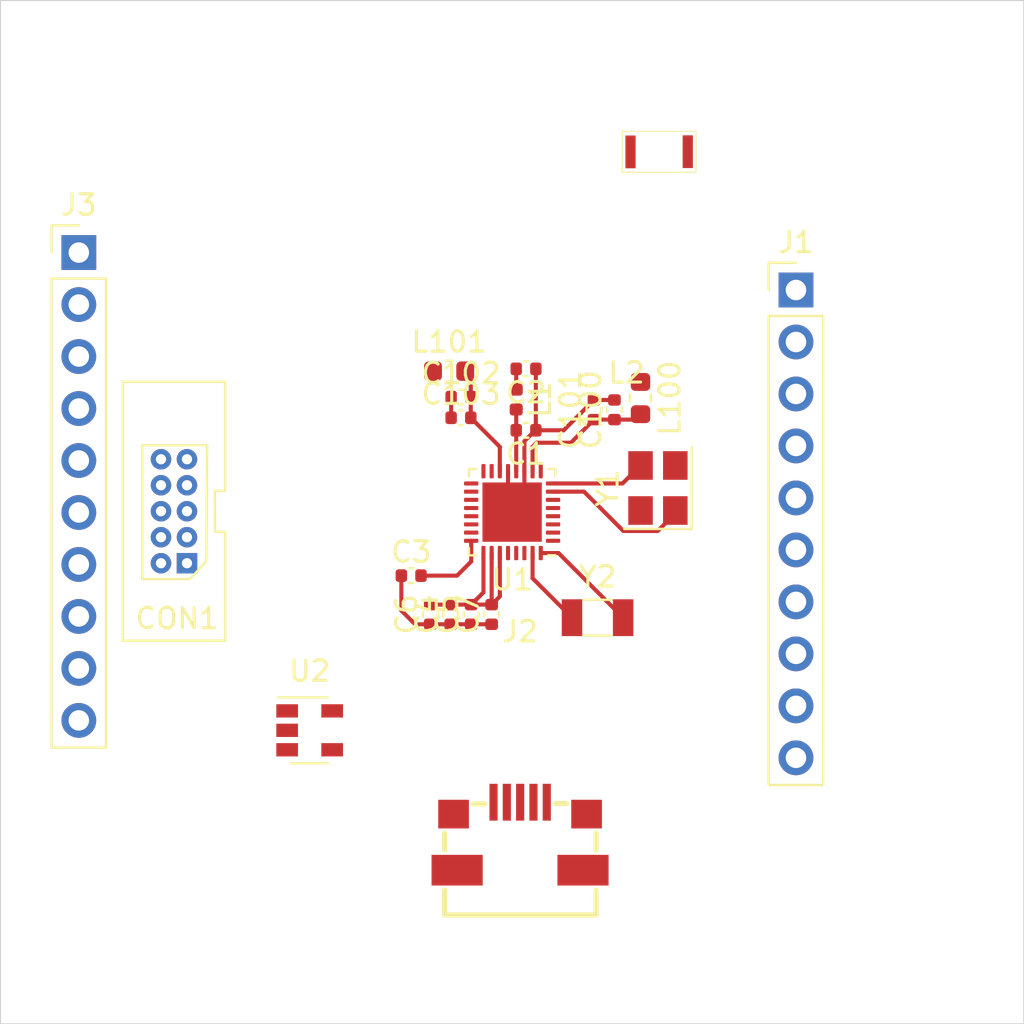
<source format=kicad_pcb>
(kicad_pcb (version 20171130) (host pcbnew "(5.1.10-1-10_14)")

  (general
    (thickness 1.6)
    (drawings 4)
    (tracks 55)
    (zones 0)
    (modules 23)
    (nets 66)
  )

  (page A4)
  (layers
    (0 F.Cu signal)
    (31 B.Cu signal)
    (32 B.Adhes user)
    (33 F.Adhes user)
    (34 B.Paste user)
    (35 F.Paste user)
    (36 B.SilkS user)
    (37 F.SilkS user hide)
    (38 B.Mask user)
    (39 F.Mask user)
    (40 Dwgs.User user)
    (41 Cmts.User user)
    (42 Eco1.User user)
    (43 Eco2.User user)
    (44 Edge.Cuts user)
    (45 Margin user)
    (46 B.CrtYd user hide)
    (47 F.CrtYd user)
    (48 B.Fab user hide)
    (49 F.Fab user hide)
  )

  (setup
    (last_trace_width 0.25)
    (user_trace_width 0.2)
    (user_trace_width 0.254)
    (user_trace_width 0.508)
    (user_trace_width 1.016)
    (trace_clearance 0.2)
    (zone_clearance 0.508)
    (zone_45_only no)
    (trace_min 0.127)
    (via_size 0.8)
    (via_drill 0.4)
    (via_min_size 0.4)
    (via_min_drill 0.3)
    (user_via 0.6 0.3)
    (user_via 0.8 0.4)
    (uvia_size 0.3)
    (uvia_drill 0.1)
    (uvias_allowed no)
    (uvia_min_size 0.2)
    (uvia_min_drill 0.1)
    (edge_width 0.05)
    (segment_width 0.2)
    (pcb_text_width 0.3)
    (pcb_text_size 1.5 1.5)
    (mod_edge_width 0.12)
    (mod_text_size 1 1)
    (mod_text_width 0.15)
    (pad_size 1.524 1.524)
    (pad_drill 0.762)
    (pad_to_mask_clearance 0.051)
    (solder_mask_min_width 0.25)
    (aux_axis_origin 0 0)
    (visible_elements FFFFFF7F)
    (pcbplotparams
      (layerselection 0x010fc_ffffffff)
      (usegerberextensions false)
      (usegerberattributes true)
      (usegerberadvancedattributes true)
      (creategerberjobfile true)
      (excludeedgelayer true)
      (linewidth 0.100000)
      (plotframeref false)
      (viasonmask false)
      (mode 1)
      (useauxorigin false)
      (hpglpennumber 1)
      (hpglpenspeed 20)
      (hpglpendiameter 15.000000)
      (psnegative false)
      (psa4output false)
      (plotreference true)
      (plotvalue true)
      (plotinvisibletext false)
      (padsonsilk false)
      (subtractmaskfromsilk false)
      (outputformat 1)
      (mirror false)
      (drillshape 1)
      (scaleselection 1)
      (outputdirectory ""))
  )

  (net 0 "")
  (net 1 "Net-(U1-Pad32)")
  (net 2 "Net-(U1-Pad31)")
  (net 3 "Net-(U1-Pad8)")
  (net 4 "Net-(U1-Pad7)")
  (net 5 GND)
  (net 6 +3V3)
  (net 7 "Net-(C3-Pad2)")
  (net 8 "Net-(C1-Pad2)")
  (net 9 "Net-(C2-Pad2)")
  (net 10 "Net-(C100-Pad1)")
  (net 11 "Net-(C102-Pad2)")
  (net 12 PD02)
  (net 13 PD03)
  (net 14 PD04)
  (net 15 PA06)
  (net 16 PA05)
  (net 17 PA04)
  (net 18 PA03)
  (net 19 PA02)
  (net 20 PA01)
  (net 21 PA00)
  (net 22 PB00)
  (net 23 PB01)
  (net 24 RESETn)
  (net 25 PC05)
  (net 26 PC04)
  (net 27 PC03)
  (net 28 PC02)
  (net 29 PC01)
  (net 30 PC00)
  (net 31 "Net-(CON1-Pad10)")
  (net 32 "Net-(CON1-Pad8)")
  (net 33 "Net-(CON1-Pad4)")
  (net 34 "Net-(CON1-Pad1)")
  (net 35 "Net-(J1-Pad10)")
  (net 36 "Net-(J1-Pad9)")
  (net 37 "Net-(J1-Pad8)")
  (net 38 "Net-(J1-Pad7)")
  (net 39 "Net-(J1-Pad6)")
  (net 40 "Net-(J1-Pad5)")
  (net 41 "Net-(J1-Pad4)")
  (net 42 "Net-(J1-Pad3)")
  (net 43 "Net-(J1-Pad2)")
  (net 44 "Net-(J1-Pad1)")
  (net 45 "Net-(J2-Pad0)")
  (net 46 "Net-(J2-Pad1)")
  (net 47 "Net-(J2-Pad2)")
  (net 48 "Net-(J2-Pad3)")
  (net 49 "Net-(J2-Pad4)")
  (net 50 "Net-(J2-Pad5)")
  (net 51 "Net-(U2-Pad5)")
  (net 52 "Net-(U2-Pad4)")
  (net 53 "Net-(U2-Pad3)")
  (net 54 "Net-(U2-Pad2)")
  (net 55 "Net-(U2-Pad1)")
  (net 56 "Net-(J3-Pad10)")
  (net 57 "Net-(J3-Pad9)")
  (net 58 "Net-(J3-Pad8)")
  (net 59 "Net-(J3-Pad7)")
  (net 60 "Net-(J3-Pad6)")
  (net 61 "Net-(J3-Pad5)")
  (net 62 "Net-(J3-Pad4)")
  (net 63 "Net-(J3-Pad3)")
  (net 64 "Net-(J3-Pad2)")
  (net 65 "Net-(J3-Pad1)")

  (net_class Default "This is the default net class."
    (clearance 0.2)
    (trace_width 0.25)
    (via_dia 0.8)
    (via_drill 0.4)
    (uvia_dia 0.3)
    (uvia_drill 0.1)
    (add_net +3V3)
    (add_net GND)
    (add_net "Net-(C1-Pad2)")
    (add_net "Net-(C100-Pad1)")
    (add_net "Net-(C102-Pad2)")
    (add_net "Net-(C2-Pad2)")
    (add_net "Net-(C3-Pad2)")
    (add_net "Net-(CON1-Pad1)")
    (add_net "Net-(CON1-Pad10)")
    (add_net "Net-(CON1-Pad4)")
    (add_net "Net-(CON1-Pad8)")
    (add_net "Net-(J1-Pad1)")
    (add_net "Net-(J1-Pad10)")
    (add_net "Net-(J1-Pad2)")
    (add_net "Net-(J1-Pad3)")
    (add_net "Net-(J1-Pad4)")
    (add_net "Net-(J1-Pad5)")
    (add_net "Net-(J1-Pad6)")
    (add_net "Net-(J1-Pad7)")
    (add_net "Net-(J1-Pad8)")
    (add_net "Net-(J1-Pad9)")
    (add_net "Net-(J2-Pad0)")
    (add_net "Net-(J2-Pad1)")
    (add_net "Net-(J2-Pad2)")
    (add_net "Net-(J2-Pad3)")
    (add_net "Net-(J2-Pad4)")
    (add_net "Net-(J2-Pad5)")
    (add_net "Net-(J3-Pad1)")
    (add_net "Net-(J3-Pad10)")
    (add_net "Net-(J3-Pad2)")
    (add_net "Net-(J3-Pad3)")
    (add_net "Net-(J3-Pad4)")
    (add_net "Net-(J3-Pad5)")
    (add_net "Net-(J3-Pad6)")
    (add_net "Net-(J3-Pad7)")
    (add_net "Net-(J3-Pad8)")
    (add_net "Net-(J3-Pad9)")
    (add_net "Net-(U1-Pad31)")
    (add_net "Net-(U1-Pad32)")
    (add_net "Net-(U1-Pad7)")
    (add_net "Net-(U1-Pad8)")
    (add_net "Net-(U2-Pad1)")
    (add_net "Net-(U2-Pad2)")
    (add_net "Net-(U2-Pad3)")
    (add_net "Net-(U2-Pad4)")
    (add_net "Net-(U2-Pad5)")
    (add_net PA00)
    (add_net PA01)
    (add_net PA02)
    (add_net PA03)
    (add_net PA04)
    (add_net PA05)
    (add_net PA06)
    (add_net PB00)
    (add_net PB01)
    (add_net PC00)
    (add_net PC01)
    (add_net PC02)
    (add_net PC03)
    (add_net PC04)
    (add_net PC05)
    (add_net PD02)
    (add_net PD03)
    (add_net PD04)
    (add_net RESETn)
  )

  (module Connector_PinHeader_2.54mm:PinHeader_1x10_P2.54mm_Vertical (layer F.Cu) (tedit 59FED5CC) (tstamp 60A2B347)
    (at 128.82626 87.31758)
    (descr "Through hole straight pin header, 1x10, 2.54mm pitch, single row")
    (tags "Through hole pin header THT 1x10 2.54mm single row")
    (path /60A33E9A)
    (fp_text reference J3 (at 0 -2.33) (layer F.SilkS)
      (effects (font (size 1 1) (thickness 0.15)))
    )
    (fp_text value Conn_01x10 (at 0 25.19) (layer F.Fab)
      (effects (font (size 1 1) (thickness 0.15)))
    )
    (fp_text user %R (at 0 11.43 90) (layer F.Fab)
      (effects (font (size 1 1) (thickness 0.15)))
    )
    (fp_line (start -0.635 -1.27) (end 1.27 -1.27) (layer F.Fab) (width 0.1))
    (fp_line (start 1.27 -1.27) (end 1.27 24.13) (layer F.Fab) (width 0.1))
    (fp_line (start 1.27 24.13) (end -1.27 24.13) (layer F.Fab) (width 0.1))
    (fp_line (start -1.27 24.13) (end -1.27 -0.635) (layer F.Fab) (width 0.1))
    (fp_line (start -1.27 -0.635) (end -0.635 -1.27) (layer F.Fab) (width 0.1))
    (fp_line (start -1.33 24.19) (end 1.33 24.19) (layer F.SilkS) (width 0.12))
    (fp_line (start -1.33 1.27) (end -1.33 24.19) (layer F.SilkS) (width 0.12))
    (fp_line (start 1.33 1.27) (end 1.33 24.19) (layer F.SilkS) (width 0.12))
    (fp_line (start -1.33 1.27) (end 1.33 1.27) (layer F.SilkS) (width 0.12))
    (fp_line (start -1.33 0) (end -1.33 -1.33) (layer F.SilkS) (width 0.12))
    (fp_line (start -1.33 -1.33) (end 0 -1.33) (layer F.SilkS) (width 0.12))
    (fp_line (start -1.8 -1.8) (end -1.8 24.65) (layer F.CrtYd) (width 0.05))
    (fp_line (start -1.8 24.65) (end 1.8 24.65) (layer F.CrtYd) (width 0.05))
    (fp_line (start 1.8 24.65) (end 1.8 -1.8) (layer F.CrtYd) (width 0.05))
    (fp_line (start 1.8 -1.8) (end -1.8 -1.8) (layer F.CrtYd) (width 0.05))
    (pad 10 thru_hole oval (at 0 22.86) (size 1.7 1.7) (drill 1) (layers *.Cu *.Mask)
      (net 56 "Net-(J3-Pad10)"))
    (pad 9 thru_hole oval (at 0 20.32) (size 1.7 1.7) (drill 1) (layers *.Cu *.Mask)
      (net 57 "Net-(J3-Pad9)"))
    (pad 8 thru_hole oval (at 0 17.78) (size 1.7 1.7) (drill 1) (layers *.Cu *.Mask)
      (net 58 "Net-(J3-Pad8)"))
    (pad 7 thru_hole oval (at 0 15.24) (size 1.7 1.7) (drill 1) (layers *.Cu *.Mask)
      (net 59 "Net-(J3-Pad7)"))
    (pad 6 thru_hole oval (at 0 12.7) (size 1.7 1.7) (drill 1) (layers *.Cu *.Mask)
      (net 60 "Net-(J3-Pad6)"))
    (pad 5 thru_hole oval (at 0 10.16) (size 1.7 1.7) (drill 1) (layers *.Cu *.Mask)
      (net 61 "Net-(J3-Pad5)"))
    (pad 4 thru_hole oval (at 0 7.62) (size 1.7 1.7) (drill 1) (layers *.Cu *.Mask)
      (net 62 "Net-(J3-Pad4)"))
    (pad 3 thru_hole oval (at 0 5.08) (size 1.7 1.7) (drill 1) (layers *.Cu *.Mask)
      (net 63 "Net-(J3-Pad3)"))
    (pad 2 thru_hole oval (at 0 2.54) (size 1.7 1.7) (drill 1) (layers *.Cu *.Mask)
      (net 64 "Net-(J3-Pad2)"))
    (pad 1 thru_hole rect (at 0 0) (size 1.7 1.7) (drill 1) (layers *.Cu *.Mask)
      (net 65 "Net-(J3-Pad1)"))
    (model ${KISYS3DMOD}/Connector_PinHeader_2.54mm.3dshapes/PinHeader_1x10_P2.54mm_Vertical.wrl
      (at (xyz 0 0 0))
      (scale (xyz 1 1 1))
      (rotate (xyz 0 0 0))
    )
  )

  (module Package_TO_SOT_SMD:SOT-23-5 (layer F.Cu) (tedit 5A02FF57) (tstamp 60A2AC62)
    (at 140.1064 110.66272)
    (descr "5-pin SOT23 package")
    (tags SOT-23-5)
    (path /60A2EA88)
    (attr smd)
    (fp_text reference U2 (at 0 -2.9) (layer F.SilkS)
      (effects (font (size 1 1) (thickness 0.15)))
    )
    (fp_text value TLV70033_SOT23-5 (at 0 2.9) (layer F.Fab)
      (effects (font (size 1 1) (thickness 0.15)))
    )
    (fp_text user %R (at 0 0 90) (layer F.Fab)
      (effects (font (size 0.5 0.5) (thickness 0.075)))
    )
    (fp_line (start -0.9 1.61) (end 0.9 1.61) (layer F.SilkS) (width 0.12))
    (fp_line (start 0.9 -1.61) (end -1.55 -1.61) (layer F.SilkS) (width 0.12))
    (fp_line (start -1.9 -1.8) (end 1.9 -1.8) (layer F.CrtYd) (width 0.05))
    (fp_line (start 1.9 -1.8) (end 1.9 1.8) (layer F.CrtYd) (width 0.05))
    (fp_line (start 1.9 1.8) (end -1.9 1.8) (layer F.CrtYd) (width 0.05))
    (fp_line (start -1.9 1.8) (end -1.9 -1.8) (layer F.CrtYd) (width 0.05))
    (fp_line (start -0.9 -0.9) (end -0.25 -1.55) (layer F.Fab) (width 0.1))
    (fp_line (start 0.9 -1.55) (end -0.25 -1.55) (layer F.Fab) (width 0.1))
    (fp_line (start -0.9 -0.9) (end -0.9 1.55) (layer F.Fab) (width 0.1))
    (fp_line (start 0.9 1.55) (end -0.9 1.55) (layer F.Fab) (width 0.1))
    (fp_line (start 0.9 -1.55) (end 0.9 1.55) (layer F.Fab) (width 0.1))
    (pad 5 smd rect (at 1.1 -0.95) (size 1.06 0.65) (layers F.Cu F.Paste F.Mask)
      (net 51 "Net-(U2-Pad5)"))
    (pad 4 smd rect (at 1.1 0.95) (size 1.06 0.65) (layers F.Cu F.Paste F.Mask)
      (net 52 "Net-(U2-Pad4)"))
    (pad 3 smd rect (at -1.1 0.95) (size 1.06 0.65) (layers F.Cu F.Paste F.Mask)
      (net 53 "Net-(U2-Pad3)"))
    (pad 2 smd rect (at -1.1 0) (size 1.06 0.65) (layers F.Cu F.Paste F.Mask)
      (net 54 "Net-(U2-Pad2)"))
    (pad 1 smd rect (at -1.1 -0.95) (size 1.06 0.65) (layers F.Cu F.Paste F.Mask)
      (net 55 "Net-(U2-Pad1)"))
    (model ${KISYS3DMOD}/Package_TO_SOT_SMD.3dshapes/SOT-23-5.wrl
      (at (xyz 0 0 0))
      (scale (xyz 1 1 1))
      (rotate (xyz 0 0 0))
    )
  )

  (module mybays_connector:MICRO-USB_MICRO-USB-17 (layer F.Cu) (tedit 600B1662) (tstamp 60A2AB6B)
    (at 150.38832 115.8367 180)
    (path /60A43712)
    (fp_text reference J2 (at 0 10) (layer F.SilkS)
      (effects (font (size 1 1) (thickness 0.15)))
    )
    (fp_text value microusb (at 0 0) (layer F.Fab)
      (effects (font (size 1 1) (thickness 0.15)))
    )
    (fp_line (start -3.715004 -3.850005) (end 3.685032 -3.850005) (layer F.SilkS) (width 0.254))
    (fp_line (start -3.715004 -3.850005) (end -3.715004 -2.641727) (layer F.SilkS) (width 0.254))
    (fp_line (start -3.715004 -0.679323) (end -3.715004 0.149225) (layer F.SilkS) (width 0.254))
    (fp_line (start -2.268855 1.599565) (end -1.735684 1.599565) (layer F.SilkS) (width 0.254))
    (fp_line (start 1.727556 1.580007) (end 2.268855 1.580007) (layer F.SilkS) (width 0.254))
    (fp_line (start 3.685032 -3.850005) (end 3.685032 -2.641727) (layer F.SilkS) (width 0.254))
    (fp_line (start 3.685032 -0.679323) (end 3.685032 0.149225) (layer F.SilkS) (width 0.254))
    (pad 0 smd rect (at 3.24993 1.080516 180) (size 1.499997 1.400048) (layers F.Cu F.Paste F.Mask)
      (net 45 "Net-(J2-Pad0)"))
    (pad 0 smd rect (at -3.24993 1.080516 180) (size 1.499997 1.400048) (layers F.Cu F.Paste F.Mask)
      (net 45 "Net-(J2-Pad0)"))
    (pad 0 smd rect (at 3.074922 -1.660398) (size 2.5 1.499997) (layers F.Cu F.Paste F.Mask)
      (net 45 "Net-(J2-Pad0)"))
    (pad 0 smd rect (at -3.074922 -1.660398 90) (size 1.499997 2.5) (layers F.Cu F.Paste F.Mask)
      (net 45 "Net-(J2-Pad0)"))
    (pad 1 smd rect (at 1.296416 1.660652 270) (size 1.799996 0.399999) (layers F.Cu F.Paste F.Mask)
      (net 46 "Net-(J2-Pad1)"))
    (pad 2 smd rect (at 0.646176 1.660652 270) (size 1.799996 0.399999) (layers F.Cu F.Paste F.Mask)
      (net 47 "Net-(J2-Pad2)"))
    (pad 3 smd rect (at -0.004064 1.660652 270) (size 1.799996 0.399999) (layers F.Cu F.Paste F.Mask)
      (net 48 "Net-(J2-Pad3)"))
    (pad 4 smd rect (at -0.654304 1.660652 270) (size 1.799996 0.399999) (layers F.Cu F.Paste F.Mask)
      (net 49 "Net-(J2-Pad4)"))
    (pad 5 smd rect (at -1.304544 1.660652 270) (size 1.799996 0.399999) (layers F.Cu F.Paste F.Mask)
      (net 50 "Net-(J2-Pad5)"))
    (pad "" np_thru_hole circle (at 1.9939 0.999236 180) (size 0.700024 0.700024) (drill 0.700024) (layers *.Cu *.Mask))
    (pad "" np_thru_hole circle (at -2.00406 0.999236 180) (size 0.700024 0.700024) (drill 0.700024) (layers *.Cu *.Mask))
  )

  (module Connector_PinHeader_2.54mm:PinHeader_1x10_P2.54mm_Vertical (layer F.Cu) (tedit 59FED5CC) (tstamp 60A2AB55)
    (at 163.87064 89.14638)
    (descr "Through hole straight pin header, 1x10, 2.54mm pitch, single row")
    (tags "Through hole pin header THT 1x10 2.54mm single row")
    (path /60A40A6A)
    (fp_text reference J1 (at 0 -2.33) (layer F.SilkS)
      (effects (font (size 1 1) (thickness 0.15)))
    )
    (fp_text value Conn_01x10 (at 0 25.19) (layer F.Fab)
      (effects (font (size 1 1) (thickness 0.15)))
    )
    (fp_text user %R (at 0 11.43 90) (layer F.Fab)
      (effects (font (size 1 1) (thickness 0.15)))
    )
    (fp_line (start -0.635 -1.27) (end 1.27 -1.27) (layer F.Fab) (width 0.1))
    (fp_line (start 1.27 -1.27) (end 1.27 24.13) (layer F.Fab) (width 0.1))
    (fp_line (start 1.27 24.13) (end -1.27 24.13) (layer F.Fab) (width 0.1))
    (fp_line (start -1.27 24.13) (end -1.27 -0.635) (layer F.Fab) (width 0.1))
    (fp_line (start -1.27 -0.635) (end -0.635 -1.27) (layer F.Fab) (width 0.1))
    (fp_line (start -1.33 24.19) (end 1.33 24.19) (layer F.SilkS) (width 0.12))
    (fp_line (start -1.33 1.27) (end -1.33 24.19) (layer F.SilkS) (width 0.12))
    (fp_line (start 1.33 1.27) (end 1.33 24.19) (layer F.SilkS) (width 0.12))
    (fp_line (start -1.33 1.27) (end 1.33 1.27) (layer F.SilkS) (width 0.12))
    (fp_line (start -1.33 0) (end -1.33 -1.33) (layer F.SilkS) (width 0.12))
    (fp_line (start -1.33 -1.33) (end 0 -1.33) (layer F.SilkS) (width 0.12))
    (fp_line (start -1.8 -1.8) (end -1.8 24.65) (layer F.CrtYd) (width 0.05))
    (fp_line (start -1.8 24.65) (end 1.8 24.65) (layer F.CrtYd) (width 0.05))
    (fp_line (start 1.8 24.65) (end 1.8 -1.8) (layer F.CrtYd) (width 0.05))
    (fp_line (start 1.8 -1.8) (end -1.8 -1.8) (layer F.CrtYd) (width 0.05))
    (pad 10 thru_hole oval (at 0 22.86) (size 1.7 1.7) (drill 1) (layers *.Cu *.Mask)
      (net 35 "Net-(J1-Pad10)"))
    (pad 9 thru_hole oval (at 0 20.32) (size 1.7 1.7) (drill 1) (layers *.Cu *.Mask)
      (net 36 "Net-(J1-Pad9)"))
    (pad 8 thru_hole oval (at 0 17.78) (size 1.7 1.7) (drill 1) (layers *.Cu *.Mask)
      (net 37 "Net-(J1-Pad8)"))
    (pad 7 thru_hole oval (at 0 15.24) (size 1.7 1.7) (drill 1) (layers *.Cu *.Mask)
      (net 38 "Net-(J1-Pad7)"))
    (pad 6 thru_hole oval (at 0 12.7) (size 1.7 1.7) (drill 1) (layers *.Cu *.Mask)
      (net 39 "Net-(J1-Pad6)"))
    (pad 5 thru_hole oval (at 0 10.16) (size 1.7 1.7) (drill 1) (layers *.Cu *.Mask)
      (net 40 "Net-(J1-Pad5)"))
    (pad 4 thru_hole oval (at 0 7.62) (size 1.7 1.7) (drill 1) (layers *.Cu *.Mask)
      (net 41 "Net-(J1-Pad4)"))
    (pad 3 thru_hole oval (at 0 5.08) (size 1.7 1.7) (drill 1) (layers *.Cu *.Mask)
      (net 42 "Net-(J1-Pad3)"))
    (pad 2 thru_hole oval (at 0 2.54) (size 1.7 1.7) (drill 1) (layers *.Cu *.Mask)
      (net 43 "Net-(J1-Pad2)"))
    (pad 1 thru_hole rect (at 0 0) (size 1.7 1.7) (drill 1) (layers *.Cu *.Mask)
      (net 44 "Net-(J1-Pad1)"))
    (model ${KISYS3DMOD}/Connector_PinHeader_2.54mm.3dshapes/PinHeader_1x10_P2.54mm_Vertical.wrl
      (at (xyz 0 0 0))
      (scale (xyz 1 1 1))
      (rotate (xyz 0 0 0))
    )
  )

  (module mybays_connector:ANT3216-2.4G (layer F.Cu) (tedit 60A1210A) (tstamp 60A126DB)
    (at 155.58516 83.19008)
    (path /60A35F74)
    (fp_text reference L2 (at 0 10) (layer F.SilkS)
      (effects (font (size 1 1) (thickness 0.15)))
    )
    (fp_text value AN3216 (at 0 0) (layer F.Fab)
      (effects (font (size 1 1) (thickness 0.15)))
    )
    (fp_line (start -0.199898 0.199898) (end -0.199898 -1.700022) (layer F.SilkS) (width 0.05))
    (fp_line (start 3.400044 0.199898) (end -0.199898 0.199898) (layer F.SilkS) (width 0.05))
    (fp_line (start 3.400044 -1.800098) (end 3.400044 0.199898) (layer F.SilkS) (width 0.05))
    (fp_line (start -0.199898 -1.800098) (end 3.400044 -1.800098) (layer F.SilkS) (width 0.05))
    (fp_line (start -0.199898 -1.700022) (end -0.199898 -1.800098) (layer F.SilkS) (width 0.05))
    (pad "" smd rect (at 2.997454 -0.80264) (size 0.499999 1.599997) (layers F.Cu F.Paste F.Mask))
    (pad 1 smd rect (at 0.20066 -0.79248) (size 0.499999 1.599997) (layers F.Cu F.Paste F.Mask)
      (net 9 "Net-(C2-Pad2)"))
  )

  (module mybays_connector:debugger_2x05_P1.27mm_Vertical (layer F.Cu) (tedit 602883C3) (tstamp 60A11883)
    (at 133.477 99.95662 180)
    (descr "Through hole straight socket strip, 2x05, 1.27mm pitch, double cols (from Kicad 4.0.7), script generated")
    (tags "Through hole socket strip THT 2x05 1.27mm double row")
    (path /60A10962)
    (fp_text reference CON1 (at -0.15 -5.24) (layer F.SilkS)
      (effects (font (size 1 1) (thickness 0.15)))
    )
    (fp_text value CORTEX-DEBUGGER (at -0.635 7.215) (layer F.Fab)
      (effects (font (size 1 1) (thickness 0.15)))
    )
    (fp_line (start -2.5 -1) (end -2.5 -6.325) (layer F.SilkS) (width 0.12))
    (fp_line (start -2 -1) (end -2.5 -1) (layer F.SilkS) (width 0.12))
    (fp_line (start -2 1) (end -2 -1) (layer F.SilkS) (width 0.12))
    (fp_line (start -2.5 1) (end -2 1) (layer F.SilkS) (width 0.12))
    (fp_line (start -2.5 6.325) (end -2.5 1) (layer F.SilkS) (width 0.12))
    (fp_line (start 2.5 6.325) (end -2.5 6.325) (layer F.SilkS) (width 0.12))
    (fp_line (start 2.5 -6.325) (end 2.5 6.325) (layer F.SilkS) (width 0.12))
    (fp_line (start -2.5 -6.325) (end 2.5 -6.325) (layer F.SilkS) (width 0.12))
    (fp_line (start -2.07 3.65) (end -2.07 -3.7) (layer F.CrtYd) (width 0.05))
    (fp_line (start 1.98 3.65) (end -2.07 3.65) (layer F.CrtYd) (width 0.05))
    (fp_line (start 1.98 -3.7) (end 1.98 3.65) (layer F.CrtYd) (width 0.05))
    (fp_line (start -2.07 -3.7) (end 1.98 -3.7) (layer F.CrtYd) (width 0.05))
    (fp_line (start -0.78 -3.31) (end 1.55 -3.31) (layer F.SilkS) (width 0.12))
    (fp_line (start 1.55 -3.31) (end 1.55 -2.55) (layer F.SilkS) (width 0.12))
    (fp_line (start 1.55 -2.51) (end 1.55 -1.915) (layer F.SilkS) (width 0.12))
    (fp_line (start 1.55 -1.915) (end 1.55 3.225) (layer F.SilkS) (width 0.12))
    (fp_line (start -1.62 3.225) (end 0.93 3.22) (layer F.SilkS) (width 0.12))
    (fp_line (start 0.90753 3.225) (end 1.55 3.225) (layer F.SilkS) (width 0.12))
    (fp_line (start -1.58 -2.44) (end -1.62 3.225) (layer F.SilkS) (width 0.12))
    (fp_line (start -1.58 -2.45) (end -0.81 -3.28) (layer F.SilkS) (width 0.12))
    (fp_line (start -1.56 3.165) (end -1.57 -2.45) (layer F.Fab) (width 0.1))
    (fp_line (start 1.49 3.165) (end -1.56 3.165) (layer F.Fab) (width 0.1))
    (fp_line (start 1.47 -3.17) (end 1.49 3.165) (layer F.Fab) (width 0.1))
    (fp_line (start -1.58 -2.45) (end -0.8175 -3.2125) (layer F.Fab) (width 0.1))
    (fp_line (start -0.79 -3.23) (end 1.53 -3.22) (layer F.Fab) (width 0.1))
    (fp_text user %R (at 5.12 -3.23 90) (layer F.Fab)
      (effects (font (size 1 1) (thickness 0.15)))
    )
    (pad 9 thru_hole oval (at -0.635 2.54 180) (size 1 1) (drill 0.5) (layers *.Cu *.Mask)
      (net 5 GND))
    (pad 10 thru_hole oval (at 0.635 2.54 180) (size 1 1) (drill 0.5) (layers *.Cu *.Mask)
      (net 31 "Net-(CON1-Pad10)"))
    (pad 7 thru_hole oval (at -0.635 1.27 180) (size 1 1) (drill 0.5) (layers *.Cu *.Mask)
      (net 20 PA01))
    (pad 8 thru_hole oval (at 0.635 1.27 180) (size 1 1) (drill 0.5) (layers *.Cu *.Mask)
      (net 32 "Net-(CON1-Pad8)"))
    (pad 5 thru_hole oval (at -0.635 0 180) (size 1 1) (drill 0.5) (layers *.Cu *.Mask)
      (net 19 PA02))
    (pad 6 thru_hole oval (at 0.635 0 180) (size 1 1) (drill 0.5) (layers *.Cu *.Mask)
      (net 5 GND))
    (pad 3 thru_hole oval (at -0.635 -1.27 180) (size 1 1) (drill 0.5) (layers *.Cu *.Mask)
      (net 6 +3V3))
    (pad 4 thru_hole oval (at 0.635 -1.27 180) (size 1 1) (drill 0.5) (layers *.Cu *.Mask)
      (net 33 "Net-(CON1-Pad4)"))
    (pad 2 thru_hole oval (at 0.635 -2.54 180) (size 1 1) (drill 0.5) (layers *.Cu *.Mask)
      (net 24 RESETn))
    (pad 1 thru_hole rect (at -0.635 -2.54 180) (size 1 1) (drill 0.5) (layers *.Cu *.Mask)
      (net 34 "Net-(CON1-Pad1)"))
    (model ${KISYS3DMOD}/Connector_PinSocket_1.27mm.3dshapes/PinSocket_2x05_P1.27mm_Vertical.wrl
      (offset (xyz 0.7 2.5 0))
      (scale (xyz 1 1 1))
      (rotate (xyz 0 0 0))
    )
  )

  (module Crystal:Crystal_SMD_3215-2Pin_3.2x1.5mm (layer F.Cu) (tedit 5A0FD1B2) (tstamp 609C0416)
    (at 154.17546 105.15854)
    (descr "SMD Crystal FC-135 https://support.epson.biz/td/api/doc_check.php?dl=brief_FC-135R_en.pdf")
    (tags "SMD SMT Crystal")
    (path /609EF098)
    (attr smd)
    (fp_text reference Y2 (at 0 -2) (layer F.SilkS)
      (effects (font (size 1 1) (thickness 0.15)))
    )
    (fp_text value 32.768k (at 0 2) (layer F.Fab)
      (effects (font (size 1 1) (thickness 0.15)))
    )
    (fp_line (start 2 -1.15) (end 2 1.15) (layer F.CrtYd) (width 0.05))
    (fp_line (start -2 -1.15) (end -2 1.15) (layer F.CrtYd) (width 0.05))
    (fp_line (start -2 1.15) (end 2 1.15) (layer F.CrtYd) (width 0.05))
    (fp_line (start -1.6 0.75) (end 1.6 0.75) (layer F.Fab) (width 0.1))
    (fp_line (start -1.6 -0.75) (end 1.6 -0.75) (layer F.Fab) (width 0.1))
    (fp_line (start 1.6 -0.75) (end 1.6 0.75) (layer F.Fab) (width 0.1))
    (fp_line (start -0.675 -0.875) (end 0.675 -0.875) (layer F.SilkS) (width 0.12))
    (fp_line (start -0.675 0.875) (end 0.675 0.875) (layer F.SilkS) (width 0.12))
    (fp_line (start -1.6 -0.75) (end -1.6 0.75) (layer F.Fab) (width 0.1))
    (fp_line (start -2 -1.15) (end 2 -1.15) (layer F.CrtYd) (width 0.05))
    (fp_text user %R (at 0 -2) (layer F.Fab)
      (effects (font (size 1 1) (thickness 0.15)))
    )
    (pad 2 smd rect (at -1.25 0) (size 1 1.8) (layers F.Cu F.Paste F.Mask)
      (net 2 "Net-(U1-Pad31)"))
    (pad 1 smd rect (at 1.25 0) (size 1 1.8) (layers F.Cu F.Paste F.Mask)
      (net 1 "Net-(U1-Pad32)"))
    (model ${KISYS3DMOD}/Crystal.3dshapes/Crystal_SMD_3215-2Pin_3.2x1.5mm.wrl
      (at (xyz 0 0 0))
      (scale (xyz 1 1 1))
      (rotate (xyz 0 0 0))
    )
  )

  (module Capacitor_SMD:C_0402_1005Metric (layer F.Cu) (tedit 5F68FEEE) (tstamp 609BE4C9)
    (at 147.5 95.39)
    (descr "Capacitor SMD 0402 (1005 Metric), square (rectangular) end terminal, IPC_7351 nominal, (Body size source: IPC-SM-782 page 76, https://www.pcb-3d.com/wordpress/wp-content/uploads/ipc-sm-782a_amendment_1_and_2.pdf), generated with kicad-footprint-generator")
    (tags capacitor)
    (path /609DACF7)
    (attr smd)
    (fp_text reference C103 (at 0 -1.16) (layer F.SilkS)
      (effects (font (size 1 1) (thickness 0.15)))
    )
    (fp_text value 12p (at 0 1.16) (layer F.Fab)
      (effects (font (size 1 1) (thickness 0.15)))
    )
    (fp_line (start 0.91 0.46) (end -0.91 0.46) (layer F.CrtYd) (width 0.05))
    (fp_line (start 0.91 -0.46) (end 0.91 0.46) (layer F.CrtYd) (width 0.05))
    (fp_line (start -0.91 -0.46) (end 0.91 -0.46) (layer F.CrtYd) (width 0.05))
    (fp_line (start -0.91 0.46) (end -0.91 -0.46) (layer F.CrtYd) (width 0.05))
    (fp_line (start -0.107836 0.36) (end 0.107836 0.36) (layer F.SilkS) (width 0.12))
    (fp_line (start -0.107836 -0.36) (end 0.107836 -0.36) (layer F.SilkS) (width 0.12))
    (fp_line (start 0.5 0.25) (end -0.5 0.25) (layer F.Fab) (width 0.1))
    (fp_line (start 0.5 -0.25) (end 0.5 0.25) (layer F.Fab) (width 0.1))
    (fp_line (start -0.5 -0.25) (end 0.5 -0.25) (layer F.Fab) (width 0.1))
    (fp_line (start -0.5 0.25) (end -0.5 -0.25) (layer F.Fab) (width 0.1))
    (fp_text user %R (at 0 0) (layer F.Fab)
      (effects (font (size 0.25 0.25) (thickness 0.04)))
    )
    (pad 2 smd roundrect (at 0.48 0) (size 0.56 0.62) (layers F.Cu F.Paste F.Mask) (roundrect_rratio 0.25)
      (net 11 "Net-(C102-Pad2)"))
    (pad 1 smd roundrect (at -0.48 0) (size 0.56 0.62) (layers F.Cu F.Paste F.Mask) (roundrect_rratio 0.25)
      (net 5 GND))
    (model ${KISYS3DMOD}/Capacitor_SMD.3dshapes/C_0402_1005Metric.wrl
      (at (xyz 0 0 0))
      (scale (xyz 1 1 1))
      (rotate (xyz 0 0 0))
    )
  )

  (module Capacitor_SMD:C_0402_1005Metric (layer F.Cu) (tedit 5F68FEEE) (tstamp 609BE4B8)
    (at 147.5 94.37878)
    (descr "Capacitor SMD 0402 (1005 Metric), square (rectangular) end terminal, IPC_7351 nominal, (Body size source: IPC-SM-782 page 76, https://www.pcb-3d.com/wordpress/wp-content/uploads/ipc-sm-782a_amendment_1_and_2.pdf), generated with kicad-footprint-generator")
    (tags capacitor)
    (path /609D74CC)
    (attr smd)
    (fp_text reference C102 (at 0 -1.16) (layer F.SilkS)
      (effects (font (size 1 1) (thickness 0.15)))
    )
    (fp_text value 47n (at 0 1.16) (layer F.Fab)
      (effects (font (size 1 1) (thickness 0.15)))
    )
    (fp_line (start 0.91 0.46) (end -0.91 0.46) (layer F.CrtYd) (width 0.05))
    (fp_line (start 0.91 -0.46) (end 0.91 0.46) (layer F.CrtYd) (width 0.05))
    (fp_line (start -0.91 -0.46) (end 0.91 -0.46) (layer F.CrtYd) (width 0.05))
    (fp_line (start -0.91 0.46) (end -0.91 -0.46) (layer F.CrtYd) (width 0.05))
    (fp_line (start -0.107836 0.36) (end 0.107836 0.36) (layer F.SilkS) (width 0.12))
    (fp_line (start -0.107836 -0.36) (end 0.107836 -0.36) (layer F.SilkS) (width 0.12))
    (fp_line (start 0.5 0.25) (end -0.5 0.25) (layer F.Fab) (width 0.1))
    (fp_line (start 0.5 -0.25) (end 0.5 0.25) (layer F.Fab) (width 0.1))
    (fp_line (start -0.5 -0.25) (end 0.5 -0.25) (layer F.Fab) (width 0.1))
    (fp_line (start -0.5 0.25) (end -0.5 -0.25) (layer F.Fab) (width 0.1))
    (fp_text user %R (at 0 0) (layer F.Fab)
      (effects (font (size 0.25 0.25) (thickness 0.04)))
    )
    (pad 2 smd roundrect (at 0.48 0) (size 0.56 0.62) (layers F.Cu F.Paste F.Mask) (roundrect_rratio 0.25)
      (net 11 "Net-(C102-Pad2)"))
    (pad 1 smd roundrect (at -0.48 0) (size 0.56 0.62) (layers F.Cu F.Paste F.Mask) (roundrect_rratio 0.25)
      (net 5 GND))
    (model ${KISYS3DMOD}/Capacitor_SMD.3dshapes/C_0402_1005Metric.wrl
      (at (xyz 0 0 0))
      (scale (xyz 1 1 1))
      (rotate (xyz 0 0 0))
    )
  )

  (module Capacitor_SMD:C_0402_1005Metric (layer F.Cu) (tedit 5F68FEEE) (tstamp 609AB706)
    (at 154 95 90)
    (descr "Capacitor SMD 0402 (1005 Metric), square (rectangular) end terminal, IPC_7351 nominal, (Body size source: IPC-SM-782 page 76, https://www.pcb-3d.com/wordpress/wp-content/uploads/ipc-sm-782a_amendment_1_and_2.pdf), generated with kicad-footprint-generator")
    (tags capacitor)
    (path /609BF127)
    (attr smd)
    (fp_text reference C101 (at 0 -1.16 90) (layer F.SilkS)
      (effects (font (size 1 1) (thickness 0.15)))
    )
    (fp_text value 12p (at 0 1.16 90) (layer F.Fab)
      (effects (font (size 1 1) (thickness 0.15)))
    )
    (fp_line (start 0.91 0.46) (end -0.91 0.46) (layer F.CrtYd) (width 0.05))
    (fp_line (start 0.91 -0.46) (end 0.91 0.46) (layer F.CrtYd) (width 0.05))
    (fp_line (start -0.91 -0.46) (end 0.91 -0.46) (layer F.CrtYd) (width 0.05))
    (fp_line (start -0.91 0.46) (end -0.91 -0.46) (layer F.CrtYd) (width 0.05))
    (fp_line (start -0.107836 0.36) (end 0.107836 0.36) (layer F.SilkS) (width 0.12))
    (fp_line (start -0.107836 -0.36) (end 0.107836 -0.36) (layer F.SilkS) (width 0.12))
    (fp_line (start 0.5 0.25) (end -0.5 0.25) (layer F.Fab) (width 0.1))
    (fp_line (start 0.5 -0.25) (end 0.5 0.25) (layer F.Fab) (width 0.1))
    (fp_line (start -0.5 -0.25) (end 0.5 -0.25) (layer F.Fab) (width 0.1))
    (fp_line (start -0.5 0.25) (end -0.5 -0.25) (layer F.Fab) (width 0.1))
    (fp_text user %R (at 0 0 90) (layer F.Fab)
      (effects (font (size 0.25 0.25) (thickness 0.04)))
    )
    (pad 2 smd roundrect (at 0.48 0 90) (size 0.56 0.62) (layers F.Cu F.Paste F.Mask) (roundrect_rratio 0.25)
      (net 5 GND))
    (pad 1 smd roundrect (at -0.48 0 90) (size 0.56 0.62) (layers F.Cu F.Paste F.Mask) (roundrect_rratio 0.25)
      (net 10 "Net-(C100-Pad1)"))
    (model ${KISYS3DMOD}/Capacitor_SMD.3dshapes/C_0402_1005Metric.wrl
      (at (xyz 0 0 0))
      (scale (xyz 1 1 1))
      (rotate (xyz 0 0 0))
    )
  )

  (module Capacitor_SMD:C_0402_1005Metric (layer F.Cu) (tedit 5F68FEEE) (tstamp 609AB717)
    (at 155 95 90)
    (descr "Capacitor SMD 0402 (1005 Metric), square (rectangular) end terminal, IPC_7351 nominal, (Body size source: IPC-SM-782 page 76, https://www.pcb-3d.com/wordpress/wp-content/uploads/ipc-sm-782a_amendment_1_and_2.pdf), generated with kicad-footprint-generator")
    (tags capacitor)
    (path /609BF7B7)
    (attr smd)
    (fp_text reference C100 (at 0 -1.16 90) (layer F.SilkS)
      (effects (font (size 1 1) (thickness 0.15)))
    )
    (fp_text value 47n (at 0 1.16 90) (layer F.Fab)
      (effects (font (size 1 1) (thickness 0.15)))
    )
    (fp_line (start 0.91 0.46) (end -0.91 0.46) (layer F.CrtYd) (width 0.05))
    (fp_line (start 0.91 -0.46) (end 0.91 0.46) (layer F.CrtYd) (width 0.05))
    (fp_line (start -0.91 -0.46) (end 0.91 -0.46) (layer F.CrtYd) (width 0.05))
    (fp_line (start -0.91 0.46) (end -0.91 -0.46) (layer F.CrtYd) (width 0.05))
    (fp_line (start -0.107836 0.36) (end 0.107836 0.36) (layer F.SilkS) (width 0.12))
    (fp_line (start -0.107836 -0.36) (end 0.107836 -0.36) (layer F.SilkS) (width 0.12))
    (fp_line (start 0.5 0.25) (end -0.5 0.25) (layer F.Fab) (width 0.1))
    (fp_line (start 0.5 -0.25) (end 0.5 0.25) (layer F.Fab) (width 0.1))
    (fp_line (start -0.5 -0.25) (end 0.5 -0.25) (layer F.Fab) (width 0.1))
    (fp_line (start -0.5 0.25) (end -0.5 -0.25) (layer F.Fab) (width 0.1))
    (fp_text user %R (at 0 0 90) (layer F.Fab)
      (effects (font (size 0.25 0.25) (thickness 0.04)))
    )
    (pad 2 smd roundrect (at 0.48 0 90) (size 0.56 0.62) (layers F.Cu F.Paste F.Mask) (roundrect_rratio 0.25)
      (net 5 GND))
    (pad 1 smd roundrect (at -0.48 0 90) (size 0.56 0.62) (layers F.Cu F.Paste F.Mask) (roundrect_rratio 0.25)
      (net 10 "Net-(C100-Pad1)"))
    (model ${KISYS3DMOD}/Capacitor_SMD.3dshapes/C_0402_1005Metric.wrl
      (at (xyz 0 0 0))
      (scale (xyz 1 1 1))
      (rotate (xyz 0 0 0))
    )
  )

  (module Capacitor_SMD:C_0402_1005Metric (layer F.Cu) (tedit 5F68FEEE) (tstamp 609AB76C)
    (at 149 105 90)
    (descr "Capacitor SMD 0402 (1005 Metric), square (rectangular) end terminal, IPC_7351 nominal, (Body size source: IPC-SM-782 page 76, https://www.pcb-3d.com/wordpress/wp-content/uploads/ipc-sm-782a_amendment_1_and_2.pdf), generated with kicad-footprint-generator")
    (tags capacitor)
    (path /609B7A91)
    (attr smd)
    (fp_text reference C7 (at 0 -1.16 90) (layer F.SilkS)
      (effects (font (size 1 1) (thickness 0.15)))
    )
    (fp_text value 1u (at 0 1.16 90) (layer F.Fab)
      (effects (font (size 1 1) (thickness 0.15)))
    )
    (fp_line (start 0.91 0.46) (end -0.91 0.46) (layer F.CrtYd) (width 0.05))
    (fp_line (start 0.91 -0.46) (end 0.91 0.46) (layer F.CrtYd) (width 0.05))
    (fp_line (start -0.91 -0.46) (end 0.91 -0.46) (layer F.CrtYd) (width 0.05))
    (fp_line (start -0.91 0.46) (end -0.91 -0.46) (layer F.CrtYd) (width 0.05))
    (fp_line (start -0.107836 0.36) (end 0.107836 0.36) (layer F.SilkS) (width 0.12))
    (fp_line (start -0.107836 -0.36) (end 0.107836 -0.36) (layer F.SilkS) (width 0.12))
    (fp_line (start 0.5 0.25) (end -0.5 0.25) (layer F.Fab) (width 0.1))
    (fp_line (start 0.5 -0.25) (end 0.5 0.25) (layer F.Fab) (width 0.1))
    (fp_line (start -0.5 -0.25) (end 0.5 -0.25) (layer F.Fab) (width 0.1))
    (fp_line (start -0.5 0.25) (end -0.5 -0.25) (layer F.Fab) (width 0.1))
    (fp_text user %R (at 0 0 90) (layer F.Fab)
      (effects (font (size 0.25 0.25) (thickness 0.04)))
    )
    (pad 2 smd roundrect (at 0.48 0 90) (size 0.56 0.62) (layers F.Cu F.Paste F.Mask) (roundrect_rratio 0.25)
      (net 6 +3V3))
    (pad 1 smd roundrect (at -0.48 0 90) (size 0.56 0.62) (layers F.Cu F.Paste F.Mask) (roundrect_rratio 0.25)
      (net 5 GND))
    (model ${KISYS3DMOD}/Capacitor_SMD.3dshapes/C_0402_1005Metric.wrl
      (at (xyz 0 0 0))
      (scale (xyz 1 1 1))
      (rotate (xyz 0 0 0))
    )
  )

  (module Capacitor_SMD:C_0402_1005Metric (layer F.Cu) (tedit 5F68FEEE) (tstamp 609AB75B)
    (at 146 105 90)
    (descr "Capacitor SMD 0402 (1005 Metric), square (rectangular) end terminal, IPC_7351 nominal, (Body size source: IPC-SM-782 page 76, https://www.pcb-3d.com/wordpress/wp-content/uploads/ipc-sm-782a_amendment_1_and_2.pdf), generated with kicad-footprint-generator")
    (tags capacitor)
    (path /609B6297)
    (attr smd)
    (fp_text reference C6 (at 0 -1.16 90) (layer F.SilkS)
      (effects (font (size 1 1) (thickness 0.15)))
    )
    (fp_text value 1u (at 0 1.16 90) (layer F.Fab)
      (effects (font (size 1 1) (thickness 0.15)))
    )
    (fp_line (start 0.91 0.46) (end -0.91 0.46) (layer F.CrtYd) (width 0.05))
    (fp_line (start 0.91 -0.46) (end 0.91 0.46) (layer F.CrtYd) (width 0.05))
    (fp_line (start -0.91 -0.46) (end 0.91 -0.46) (layer F.CrtYd) (width 0.05))
    (fp_line (start -0.91 0.46) (end -0.91 -0.46) (layer F.CrtYd) (width 0.05))
    (fp_line (start -0.107836 0.36) (end 0.107836 0.36) (layer F.SilkS) (width 0.12))
    (fp_line (start -0.107836 -0.36) (end 0.107836 -0.36) (layer F.SilkS) (width 0.12))
    (fp_line (start 0.5 0.25) (end -0.5 0.25) (layer F.Fab) (width 0.1))
    (fp_line (start 0.5 -0.25) (end 0.5 0.25) (layer F.Fab) (width 0.1))
    (fp_line (start -0.5 -0.25) (end 0.5 -0.25) (layer F.Fab) (width 0.1))
    (fp_line (start -0.5 0.25) (end -0.5 -0.25) (layer F.Fab) (width 0.1))
    (fp_text user %R (at 0 0 90) (layer F.Fab)
      (effects (font (size 0.25 0.25) (thickness 0.04)))
    )
    (pad 2 smd roundrect (at 0.48 0 90) (size 0.56 0.62) (layers F.Cu F.Paste F.Mask) (roundrect_rratio 0.25)
      (net 6 +3V3))
    (pad 1 smd roundrect (at -0.48 0 90) (size 0.56 0.62) (layers F.Cu F.Paste F.Mask) (roundrect_rratio 0.25)
      (net 5 GND))
    (model ${KISYS3DMOD}/Capacitor_SMD.3dshapes/C_0402_1005Metric.wrl
      (at (xyz 0 0 0))
      (scale (xyz 1 1 1))
      (rotate (xyz 0 0 0))
    )
  )

  (module Capacitor_SMD:C_0402_1005Metric (layer F.Cu) (tedit 5F68FEEE) (tstamp 609AB74A)
    (at 148 105 90)
    (descr "Capacitor SMD 0402 (1005 Metric), square (rectangular) end terminal, IPC_7351 nominal, (Body size source: IPC-SM-782 page 76, https://www.pcb-3d.com/wordpress/wp-content/uploads/ipc-sm-782a_amendment_1_and_2.pdf), generated with kicad-footprint-generator")
    (tags capacitor)
    (path /609B5C7C)
    (attr smd)
    (fp_text reference C5 (at 0 -1.16 90) (layer F.SilkS)
      (effects (font (size 1 1) (thickness 0.15)))
    )
    (fp_text value 1u (at 0 1.16 90) (layer F.Fab)
      (effects (font (size 1 1) (thickness 0.15)))
    )
    (fp_line (start 0.91 0.46) (end -0.91 0.46) (layer F.CrtYd) (width 0.05))
    (fp_line (start 0.91 -0.46) (end 0.91 0.46) (layer F.CrtYd) (width 0.05))
    (fp_line (start -0.91 -0.46) (end 0.91 -0.46) (layer F.CrtYd) (width 0.05))
    (fp_line (start -0.91 0.46) (end -0.91 -0.46) (layer F.CrtYd) (width 0.05))
    (fp_line (start -0.107836 0.36) (end 0.107836 0.36) (layer F.SilkS) (width 0.12))
    (fp_line (start -0.107836 -0.36) (end 0.107836 -0.36) (layer F.SilkS) (width 0.12))
    (fp_line (start 0.5 0.25) (end -0.5 0.25) (layer F.Fab) (width 0.1))
    (fp_line (start 0.5 -0.25) (end 0.5 0.25) (layer F.Fab) (width 0.1))
    (fp_line (start -0.5 -0.25) (end 0.5 -0.25) (layer F.Fab) (width 0.1))
    (fp_line (start -0.5 0.25) (end -0.5 -0.25) (layer F.Fab) (width 0.1))
    (fp_text user %R (at 0 0 90) (layer F.Fab)
      (effects (font (size 0.25 0.25) (thickness 0.04)))
    )
    (pad 2 smd roundrect (at 0.48 0 90) (size 0.56 0.62) (layers F.Cu F.Paste F.Mask) (roundrect_rratio 0.25)
      (net 6 +3V3))
    (pad 1 smd roundrect (at -0.48 0 90) (size 0.56 0.62) (layers F.Cu F.Paste F.Mask) (roundrect_rratio 0.25)
      (net 5 GND))
    (model ${KISYS3DMOD}/Capacitor_SMD.3dshapes/C_0402_1005Metric.wrl
      (at (xyz 0 0 0))
      (scale (xyz 1 1 1))
      (rotate (xyz 0 0 0))
    )
  )

  (module Capacitor_SMD:C_0402_1005Metric (layer F.Cu) (tedit 5F68FEEE) (tstamp 609AB739)
    (at 147 105 90)
    (descr "Capacitor SMD 0402 (1005 Metric), square (rectangular) end terminal, IPC_7351 nominal, (Body size source: IPC-SM-782 page 76, https://www.pcb-3d.com/wordpress/wp-content/uploads/ipc-sm-782a_amendment_1_and_2.pdf), generated with kicad-footprint-generator")
    (tags capacitor)
    (path /609B737C)
    (attr smd)
    (fp_text reference C4 (at 0 -1.16 90) (layer F.SilkS)
      (effects (font (size 1 1) (thickness 0.15)))
    )
    (fp_text value 1u (at 0 1.16 90) (layer F.Fab)
      (effects (font (size 1 1) (thickness 0.15)))
    )
    (fp_line (start 0.91 0.46) (end -0.91 0.46) (layer F.CrtYd) (width 0.05))
    (fp_line (start 0.91 -0.46) (end 0.91 0.46) (layer F.CrtYd) (width 0.05))
    (fp_line (start -0.91 -0.46) (end 0.91 -0.46) (layer F.CrtYd) (width 0.05))
    (fp_line (start -0.91 0.46) (end -0.91 -0.46) (layer F.CrtYd) (width 0.05))
    (fp_line (start -0.107836 0.36) (end 0.107836 0.36) (layer F.SilkS) (width 0.12))
    (fp_line (start -0.107836 -0.36) (end 0.107836 -0.36) (layer F.SilkS) (width 0.12))
    (fp_line (start 0.5 0.25) (end -0.5 0.25) (layer F.Fab) (width 0.1))
    (fp_line (start 0.5 -0.25) (end 0.5 0.25) (layer F.Fab) (width 0.1))
    (fp_line (start -0.5 -0.25) (end 0.5 -0.25) (layer F.Fab) (width 0.1))
    (fp_line (start -0.5 0.25) (end -0.5 -0.25) (layer F.Fab) (width 0.1))
    (fp_text user %R (at 0 0 90) (layer F.Fab)
      (effects (font (size 0.25 0.25) (thickness 0.04)))
    )
    (pad 2 smd roundrect (at 0.48 0 90) (size 0.56 0.62) (layers F.Cu F.Paste F.Mask) (roundrect_rratio 0.25)
      (net 6 +3V3))
    (pad 1 smd roundrect (at -0.48 0 90) (size 0.56 0.62) (layers F.Cu F.Paste F.Mask) (roundrect_rratio 0.25)
      (net 5 GND))
    (model ${KISYS3DMOD}/Capacitor_SMD.3dshapes/C_0402_1005Metric.wrl
      (at (xyz 0 0 0))
      (scale (xyz 1 1 1))
      (rotate (xyz 0 0 0))
    )
  )

  (module Capacitor_SMD:C_0402_1005Metric (layer F.Cu) (tedit 5F68FEEE) (tstamp 609AB728)
    (at 145.06702 103.10368)
    (descr "Capacitor SMD 0402 (1005 Metric), square (rectangular) end terminal, IPC_7351 nominal, (Body size source: IPC-SM-782 page 76, https://www.pcb-3d.com/wordpress/wp-content/uploads/ipc-sm-782a_amendment_1_and_2.pdf), generated with kicad-footprint-generator")
    (tags capacitor)
    (path /609B179D)
    (attr smd)
    (fp_text reference C3 (at 0 -1.16) (layer F.SilkS)
      (effects (font (size 1 1) (thickness 0.15)))
    )
    (fp_text value 1u (at 0 1.16) (layer F.Fab)
      (effects (font (size 1 1) (thickness 0.15)))
    )
    (fp_line (start 0.91 0.46) (end -0.91 0.46) (layer F.CrtYd) (width 0.05))
    (fp_line (start 0.91 -0.46) (end 0.91 0.46) (layer F.CrtYd) (width 0.05))
    (fp_line (start -0.91 -0.46) (end 0.91 -0.46) (layer F.CrtYd) (width 0.05))
    (fp_line (start -0.91 0.46) (end -0.91 -0.46) (layer F.CrtYd) (width 0.05))
    (fp_line (start -0.107836 0.36) (end 0.107836 0.36) (layer F.SilkS) (width 0.12))
    (fp_line (start -0.107836 -0.36) (end 0.107836 -0.36) (layer F.SilkS) (width 0.12))
    (fp_line (start 0.5 0.25) (end -0.5 0.25) (layer F.Fab) (width 0.1))
    (fp_line (start 0.5 -0.25) (end 0.5 0.25) (layer F.Fab) (width 0.1))
    (fp_line (start -0.5 -0.25) (end 0.5 -0.25) (layer F.Fab) (width 0.1))
    (fp_line (start -0.5 0.25) (end -0.5 -0.25) (layer F.Fab) (width 0.1))
    (fp_text user %R (at 0 0) (layer F.Fab)
      (effects (font (size 0.25 0.25) (thickness 0.04)))
    )
    (pad 2 smd roundrect (at 0.48 0) (size 0.56 0.62) (layers F.Cu F.Paste F.Mask) (roundrect_rratio 0.25)
      (net 7 "Net-(C3-Pad2)"))
    (pad 1 smd roundrect (at -0.48 0) (size 0.56 0.62) (layers F.Cu F.Paste F.Mask) (roundrect_rratio 0.25)
      (net 5 GND))
    (model ${KISYS3DMOD}/Capacitor_SMD.3dshapes/C_0402_1005Metric.wrl
      (at (xyz 0 0 0))
      (scale (xyz 1 1 1))
      (rotate (xyz 0 0 0))
    )
  )

  (module Inductor_SMD:L_0603_1608Metric (layer F.Cu) (tedit 5F68FEF0) (tstamp 609AB783)
    (at 156.2735 94.42704 270)
    (descr "Inductor SMD 0603 (1608 Metric), square (rectangular) end terminal, IPC_7351 nominal, (Body size source: http://www.tortai-tech.com/upload/download/2011102023233369053.pdf), generated with kicad-footprint-generator")
    (tags inductor)
    (path /609BA15E)
    (attr smd)
    (fp_text reference L100 (at 0 -1.43 90) (layer F.SilkS)
      (effects (font (size 1 1) (thickness 0.15)))
    )
    (fp_text value 9.1nH (at 0 1.43 90) (layer F.Fab)
      (effects (font (size 1 1) (thickness 0.15)))
    )
    (fp_line (start -0.8 0.4) (end -0.8 -0.4) (layer F.Fab) (width 0.1))
    (fp_line (start -0.8 -0.4) (end 0.8 -0.4) (layer F.Fab) (width 0.1))
    (fp_line (start 0.8 -0.4) (end 0.8 0.4) (layer F.Fab) (width 0.1))
    (fp_line (start 0.8 0.4) (end -0.8 0.4) (layer F.Fab) (width 0.1))
    (fp_line (start -0.162779 -0.51) (end 0.162779 -0.51) (layer F.SilkS) (width 0.12))
    (fp_line (start -0.162779 0.51) (end 0.162779 0.51) (layer F.SilkS) (width 0.12))
    (fp_line (start -1.48 0.73) (end -1.48 -0.73) (layer F.CrtYd) (width 0.05))
    (fp_line (start -1.48 -0.73) (end 1.48 -0.73) (layer F.CrtYd) (width 0.05))
    (fp_line (start 1.48 -0.73) (end 1.48 0.73) (layer F.CrtYd) (width 0.05))
    (fp_line (start 1.48 0.73) (end -1.48 0.73) (layer F.CrtYd) (width 0.05))
    (fp_text user %R (at 0 0 90) (layer F.Fab)
      (effects (font (size 0.4 0.4) (thickness 0.06)))
    )
    (pad 2 smd roundrect (at 0.7875 0 270) (size 0.875 0.95) (layers F.Cu F.Paste F.Mask) (roundrect_rratio 0.25)
      (net 10 "Net-(C100-Pad1)"))
    (pad 1 smd roundrect (at -0.7875 0 270) (size 0.875 0.95) (layers F.Cu F.Paste F.Mask) (roundrect_rratio 0.25)
      (net 6 +3V3))
    (model ${KISYS3DMOD}/Inductor_SMD.3dshapes/L_0603_1608Metric.wrl
      (at (xyz 0 0 0))
      (scale (xyz 1 1 1))
      (rotate (xyz 0 0 0))
    )
  )

  (module Capacitor_SMD:C_0402_1005Metric (layer F.Cu) (tedit 5F68FEEE) (tstamp 609BE3E7)
    (at 150.68 93 180)
    (descr "Capacitor SMD 0402 (1005 Metric), square (rectangular) end terminal, IPC_7351 nominal, (Body size source: IPC-SM-782 page 76, https://www.pcb-3d.com/wordpress/wp-content/uploads/ipc-sm-782a_amendment_1_and_2.pdf), generated with kicad-footprint-generator")
    (tags capacitor)
    (path /609CF0F2)
    (attr smd)
    (fp_text reference C2 (at 0 -1.16) (layer F.SilkS)
      (effects (font (size 1 1) (thickness 0.15)))
    )
    (fp_text value 1p3 (at 0 1.16) (layer F.Fab)
      (effects (font (size 1 1) (thickness 0.15)))
    )
    (fp_line (start -0.5 0.25) (end -0.5 -0.25) (layer F.Fab) (width 0.1))
    (fp_line (start -0.5 -0.25) (end 0.5 -0.25) (layer F.Fab) (width 0.1))
    (fp_line (start 0.5 -0.25) (end 0.5 0.25) (layer F.Fab) (width 0.1))
    (fp_line (start 0.5 0.25) (end -0.5 0.25) (layer F.Fab) (width 0.1))
    (fp_line (start -0.107836 -0.36) (end 0.107836 -0.36) (layer F.SilkS) (width 0.12))
    (fp_line (start -0.107836 0.36) (end 0.107836 0.36) (layer F.SilkS) (width 0.12))
    (fp_line (start -0.91 0.46) (end -0.91 -0.46) (layer F.CrtYd) (width 0.05))
    (fp_line (start -0.91 -0.46) (end 0.91 -0.46) (layer F.CrtYd) (width 0.05))
    (fp_line (start 0.91 -0.46) (end 0.91 0.46) (layer F.CrtYd) (width 0.05))
    (fp_line (start 0.91 0.46) (end -0.91 0.46) (layer F.CrtYd) (width 0.05))
    (fp_text user %R (at 0 0) (layer F.Fab)
      (effects (font (size 0.25 0.25) (thickness 0.04)))
    )
    (pad 2 smd roundrect (at 0.48 0 180) (size 0.56 0.62) (layers F.Cu F.Paste F.Mask) (roundrect_rratio 0.25)
      (net 9 "Net-(C2-Pad2)"))
    (pad 1 smd roundrect (at -0.48 0 180) (size 0.56 0.62) (layers F.Cu F.Paste F.Mask) (roundrect_rratio 0.25)
      (net 5 GND))
    (model ${KISYS3DMOD}/Capacitor_SMD.3dshapes/C_0402_1005Metric.wrl
      (at (xyz 0 0 0))
      (scale (xyz 1 1 1))
      (rotate (xyz 0 0 0))
    )
  )

  (module Capacitor_SMD:C_0402_1005Metric (layer F.Cu) (tedit 5F68FEEE) (tstamp 609BE3D6)
    (at 150.68 96 180)
    (descr "Capacitor SMD 0402 (1005 Metric), square (rectangular) end terminal, IPC_7351 nominal, (Body size source: IPC-SM-782 page 76, https://www.pcb-3d.com/wordpress/wp-content/uploads/ipc-sm-782a_amendment_1_and_2.pdf), generated with kicad-footprint-generator")
    (tags capacitor)
    (path /609CA8AF)
    (attr smd)
    (fp_text reference C1 (at 0 -1.16) (layer F.SilkS)
      (effects (font (size 1 1) (thickness 0.15)))
    )
    (fp_text value 1p2 (at 0 1.16) (layer F.Fab)
      (effects (font (size 1 1) (thickness 0.15)))
    )
    (fp_line (start -0.5 0.25) (end -0.5 -0.25) (layer F.Fab) (width 0.1))
    (fp_line (start -0.5 -0.25) (end 0.5 -0.25) (layer F.Fab) (width 0.1))
    (fp_line (start 0.5 -0.25) (end 0.5 0.25) (layer F.Fab) (width 0.1))
    (fp_line (start 0.5 0.25) (end -0.5 0.25) (layer F.Fab) (width 0.1))
    (fp_line (start -0.107836 -0.36) (end 0.107836 -0.36) (layer F.SilkS) (width 0.12))
    (fp_line (start -0.107836 0.36) (end 0.107836 0.36) (layer F.SilkS) (width 0.12))
    (fp_line (start -0.91 0.46) (end -0.91 -0.46) (layer F.CrtYd) (width 0.05))
    (fp_line (start -0.91 -0.46) (end 0.91 -0.46) (layer F.CrtYd) (width 0.05))
    (fp_line (start 0.91 -0.46) (end 0.91 0.46) (layer F.CrtYd) (width 0.05))
    (fp_line (start 0.91 0.46) (end -0.91 0.46) (layer F.CrtYd) (width 0.05))
    (fp_text user %R (at 0 0) (layer F.Fab)
      (effects (font (size 0.25 0.25) (thickness 0.04)))
    )
    (pad 2 smd roundrect (at 0.48 0 180) (size 0.56 0.62) (layers F.Cu F.Paste F.Mask) (roundrect_rratio 0.25)
      (net 8 "Net-(C1-Pad2)"))
    (pad 1 smd roundrect (at -0.48 0 180) (size 0.56 0.62) (layers F.Cu F.Paste F.Mask) (roundrect_rratio 0.25)
      (net 5 GND))
    (model ${KISYS3DMOD}/Capacitor_SMD.3dshapes/C_0402_1005Metric.wrl
      (at (xyz 0 0 0))
      (scale (xyz 1 1 1))
      (rotate (xyz 0 0 0))
    )
  )

  (module Inductor_SMD:L_0402_1005Metric (layer F.Cu) (tedit 5F68FEF0) (tstamp 609BE4DA)
    (at 150.2 94.5 270)
    (descr "Inductor SMD 0402 (1005 Metric), square (rectangular) end terminal, IPC_7351 nominal, (Body size source: http://www.tortai-tech.com/upload/download/2011102023233369053.pdf), generated with kicad-footprint-generator")
    (tags inductor)
    (path /609CE9C7)
    (attr smd)
    (fp_text reference L1 (at 0 -1.17 90) (layer F.SilkS)
      (effects (font (size 1 1) (thickness 0.15)))
    )
    (fp_text value 2n6 (at 0 1.17 90) (layer F.Fab)
      (effects (font (size 1 1) (thickness 0.15)))
    )
    (fp_line (start -0.5 0.25) (end -0.5 -0.25) (layer F.Fab) (width 0.1))
    (fp_line (start -0.5 -0.25) (end 0.5 -0.25) (layer F.Fab) (width 0.1))
    (fp_line (start 0.5 -0.25) (end 0.5 0.25) (layer F.Fab) (width 0.1))
    (fp_line (start 0.5 0.25) (end -0.5 0.25) (layer F.Fab) (width 0.1))
    (fp_line (start -0.93 0.47) (end -0.93 -0.47) (layer F.CrtYd) (width 0.05))
    (fp_line (start -0.93 -0.47) (end 0.93 -0.47) (layer F.CrtYd) (width 0.05))
    (fp_line (start 0.93 -0.47) (end 0.93 0.47) (layer F.CrtYd) (width 0.05))
    (fp_line (start 0.93 0.47) (end -0.93 0.47) (layer F.CrtYd) (width 0.05))
    (fp_text user %R (at 0 0 90) (layer F.Fab)
      (effects (font (size 0.25 0.25) (thickness 0.04)))
    )
    (pad 2 smd roundrect (at 0.485 0 270) (size 0.59 0.64) (layers F.Cu F.Paste F.Mask) (roundrect_rratio 0.25)
      (net 8 "Net-(C1-Pad2)"))
    (pad 1 smd roundrect (at -0.485 0 270) (size 0.59 0.64) (layers F.Cu F.Paste F.Mask) (roundrect_rratio 0.25)
      (net 9 "Net-(C2-Pad2)"))
    (model ${KISYS3DMOD}/Inductor_SMD.3dshapes/L_0402_1005Metric.wrl
      (at (xyz 0 0 0))
      (scale (xyz 1 1 1))
      (rotate (xyz 0 0 0))
    )
  )

  (module Inductor_SMD:L_0603_1608Metric (layer F.Cu) (tedit 5F68FEF0) (tstamp 609BE501)
    (at 146.92122 93.11132)
    (descr "Inductor SMD 0603 (1608 Metric), square (rectangular) end terminal, IPC_7351 nominal, (Body size source: http://www.tortai-tech.com/upload/download/2011102023233369053.pdf), generated with kicad-footprint-generator")
    (tags inductor)
    (path /609D4810)
    (attr smd)
    (fp_text reference L101 (at 0 -1.43) (layer F.SilkS)
      (effects (font (size 1 1) (thickness 0.15)))
    )
    (fp_text value 9n1 (at 0 1.43) (layer F.Fab)
      (effects (font (size 1 1) (thickness 0.15)))
    )
    (fp_line (start -0.8 0.4) (end -0.8 -0.4) (layer F.Fab) (width 0.1))
    (fp_line (start -0.8 -0.4) (end 0.8 -0.4) (layer F.Fab) (width 0.1))
    (fp_line (start 0.8 -0.4) (end 0.8 0.4) (layer F.Fab) (width 0.1))
    (fp_line (start 0.8 0.4) (end -0.8 0.4) (layer F.Fab) (width 0.1))
    (fp_line (start -0.162779 -0.51) (end 0.162779 -0.51) (layer F.SilkS) (width 0.12))
    (fp_line (start -0.162779 0.51) (end 0.162779 0.51) (layer F.SilkS) (width 0.12))
    (fp_line (start -1.48 0.73) (end -1.48 -0.73) (layer F.CrtYd) (width 0.05))
    (fp_line (start -1.48 -0.73) (end 1.48 -0.73) (layer F.CrtYd) (width 0.05))
    (fp_line (start 1.48 -0.73) (end 1.48 0.73) (layer F.CrtYd) (width 0.05))
    (fp_line (start 1.48 0.73) (end -1.48 0.73) (layer F.CrtYd) (width 0.05))
    (fp_text user %R (at 0 0) (layer F.Fab)
      (effects (font (size 0.4 0.4) (thickness 0.06)))
    )
    (pad 2 smd roundrect (at 0.7875 0) (size 0.875 0.95) (layers F.Cu F.Paste F.Mask) (roundrect_rratio 0.25)
      (net 11 "Net-(C102-Pad2)"))
    (pad 1 smd roundrect (at -0.7875 0) (size 0.875 0.95) (layers F.Cu F.Paste F.Mask) (roundrect_rratio 0.25)
      (net 6 +3V3))
    (model ${KISYS3DMOD}/Inductor_SMD.3dshapes/L_0603_1608Metric.wrl
      (at (xyz 0 0 0))
      (scale (xyz 1 1 1))
      (rotate (xyz 0 0 0))
    )
  )

  (module Crystal:Crystal_SMD_3225-4Pin_3.2x2.5mm (layer F.Cu) (tedit 5A0FD1B2) (tstamp 609AA0EB)
    (at 157.1244 98.82124 90)
    (descr "SMD Crystal SERIES SMD3225/4 http://www.txccrystal.com/images/pdf/7m-accuracy.pdf, 3.2x2.5mm^2 package")
    (tags "SMD SMT crystal")
    (path /609ABE51)
    (attr smd)
    (fp_text reference Y1 (at 0 -2.45 90) (layer F.SilkS)
      (effects (font (size 1 1) (thickness 0.15)))
    )
    (fp_text value 38.4MHz (at 0 2.45 90) (layer F.Fab)
      (effects (font (size 1 1) (thickness 0.15)))
    )
    (fp_line (start 2.1 -1.7) (end -2.1 -1.7) (layer F.CrtYd) (width 0.05))
    (fp_line (start 2.1 1.7) (end 2.1 -1.7) (layer F.CrtYd) (width 0.05))
    (fp_line (start -2.1 1.7) (end 2.1 1.7) (layer F.CrtYd) (width 0.05))
    (fp_line (start -2.1 -1.7) (end -2.1 1.7) (layer F.CrtYd) (width 0.05))
    (fp_line (start -2 1.65) (end 2 1.65) (layer F.SilkS) (width 0.12))
    (fp_line (start -2 -1.65) (end -2 1.65) (layer F.SilkS) (width 0.12))
    (fp_line (start -1.6 0.25) (end -0.6 1.25) (layer F.Fab) (width 0.1))
    (fp_line (start 1.6 -1.25) (end -1.6 -1.25) (layer F.Fab) (width 0.1))
    (fp_line (start 1.6 1.25) (end 1.6 -1.25) (layer F.Fab) (width 0.1))
    (fp_line (start -1.6 1.25) (end 1.6 1.25) (layer F.Fab) (width 0.1))
    (fp_line (start -1.6 -1.25) (end -1.6 1.25) (layer F.Fab) (width 0.1))
    (fp_text user %R (at 0 0 90) (layer F.Fab)
      (effects (font (size 0.7 0.7) (thickness 0.105)))
    )
    (pad 4 smd rect (at -1.1 -0.85 90) (size 1.4 1.2) (layers F.Cu F.Paste F.Mask)
      (net 5 GND))
    (pad 3 smd rect (at 1.1 -0.85 90) (size 1.4 1.2) (layers F.Cu F.Paste F.Mask)
      (net 3 "Net-(U1-Pad8)"))
    (pad 2 smd rect (at 1.1 0.85 90) (size 1.4 1.2) (layers F.Cu F.Paste F.Mask)
      (net 5 GND))
    (pad 1 smd rect (at -1.1 0.85 90) (size 1.4 1.2) (layers F.Cu F.Paste F.Mask)
      (net 4 "Net-(U1-Pad7)"))
    (model ${KISYS3DMOD}/Crystal.3dshapes/Crystal_SMD_3225-4Pin_3.2x2.5mm.wrl
      (at (xyz 0 0 0))
      (scale (xyz 1 1 1))
      (rotate (xyz 0 0 0))
    )
  )

  (module Package_DFN_QFN:QFN-32-1EP_4x4mm_P0.4mm_EP2.9x2.9mm (layer F.Cu) (tedit 5DC5F6A4) (tstamp 609A89E7)
    (at 150 100 180)
    (descr "QFN, 32 Pin (http://ww1.microchip.com/downloads/en/DeviceDoc/atmel-8153-8-and-16-bit-avr-microcontroller-xmega-e-atxmega8e5-atxmega16e5-atxmega32e5_datasheet.pdf#page=70), generated with kicad-footprint-generator ipc_noLead_generator.py")
    (tags "QFN NoLead")
    (path /609A8F92)
    (attr smd)
    (fp_text reference U1 (at 0 -3.3) (layer F.SilkS)
      (effects (font (size 1 1) (thickness 0.15)))
    )
    (fp_text value EFR32MG21A020F768IM32-BR (at 0 3.3) (layer F.Fab)
      (effects (font (size 1 1) (thickness 0.15)))
    )
    (fp_line (start 1.76 -2.11) (end 2.11 -2.11) (layer F.SilkS) (width 0.12))
    (fp_line (start 2.11 -2.11) (end 2.11 -1.76) (layer F.SilkS) (width 0.12))
    (fp_line (start -1.76 2.11) (end -2.11 2.11) (layer F.SilkS) (width 0.12))
    (fp_line (start -2.11 2.11) (end -2.11 1.76) (layer F.SilkS) (width 0.12))
    (fp_line (start 1.76 2.11) (end 2.11 2.11) (layer F.SilkS) (width 0.12))
    (fp_line (start 2.11 2.11) (end 2.11 1.76) (layer F.SilkS) (width 0.12))
    (fp_line (start -1.76 -2.11) (end -2.11 -2.11) (layer F.SilkS) (width 0.12))
    (fp_line (start -1 -2) (end 2 -2) (layer F.Fab) (width 0.1))
    (fp_line (start 2 -2) (end 2 2) (layer F.Fab) (width 0.1))
    (fp_line (start 2 2) (end -2 2) (layer F.Fab) (width 0.1))
    (fp_line (start -2 2) (end -2 -1) (layer F.Fab) (width 0.1))
    (fp_line (start -2 -1) (end -1 -2) (layer F.Fab) (width 0.1))
    (fp_line (start -2.6 -2.6) (end -2.6 2.6) (layer F.CrtYd) (width 0.05))
    (fp_line (start -2.6 2.6) (end 2.6 2.6) (layer F.CrtYd) (width 0.05))
    (fp_line (start 2.6 2.6) (end 2.6 -2.6) (layer F.CrtYd) (width 0.05))
    (fp_line (start 2.6 -2.6) (end -2.6 -2.6) (layer F.CrtYd) (width 0.05))
    (fp_text user %R (at 0 0) (layer F.Fab)
      (effects (font (size 1 1) (thickness 0.15)))
    )
    (pad "" smd roundrect (at 0.725 0.725 180) (size 1.17 1.17) (layers F.Paste) (roundrect_rratio 0.213675))
    (pad "" smd roundrect (at 0.725 -0.725 180) (size 1.17 1.17) (layers F.Paste) (roundrect_rratio 0.213675))
    (pad "" smd roundrect (at -0.725 0.725 180) (size 1.17 1.17) (layers F.Paste) (roundrect_rratio 0.213675))
    (pad "" smd roundrect (at -0.725 -0.725 180) (size 1.17 1.17) (layers F.Paste) (roundrect_rratio 0.213675))
    (pad 33 smd rect (at 0 0 180) (size 2.9 2.9) (layers F.Cu F.Mask)
      (net 5 GND))
    (pad 32 smd roundrect (at -1.4 -2 180) (size 0.2 0.7) (layers F.Cu F.Paste F.Mask) (roundrect_rratio 0.25)
      (net 1 "Net-(U1-Pad32)"))
    (pad 31 smd roundrect (at -1 -2 180) (size 0.2 0.7) (layers F.Cu F.Paste F.Mask) (roundrect_rratio 0.25)
      (net 2 "Net-(U1-Pad31)"))
    (pad 30 smd roundrect (at -0.6 -2 180) (size 0.2 0.7) (layers F.Cu F.Paste F.Mask) (roundrect_rratio 0.25)
      (net 12 PD02))
    (pad 29 smd roundrect (at -0.2 -2 180) (size 0.2 0.7) (layers F.Cu F.Paste F.Mask) (roundrect_rratio 0.25)
      (net 13 PD03))
    (pad 28 smd roundrect (at 0.2 -2 180) (size 0.2 0.7) (layers F.Cu F.Paste F.Mask) (roundrect_rratio 0.25)
      (net 14 PD04))
    (pad 27 smd roundrect (at 0.6 -2 180) (size 0.2 0.7) (layers F.Cu F.Paste F.Mask) (roundrect_rratio 0.25)
      (net 6 +3V3))
    (pad 26 smd roundrect (at 1 -2 180) (size 0.2 0.7) (layers F.Cu F.Paste F.Mask) (roundrect_rratio 0.25)
      (net 6 +3V3))
    (pad 25 smd roundrect (at 1.4 -2 180) (size 0.2 0.7) (layers F.Cu F.Paste F.Mask) (roundrect_rratio 0.25)
      (net 6 +3V3))
    (pad 24 smd roundrect (at 2 -1.4 180) (size 0.7 0.2) (layers F.Cu F.Paste F.Mask) (roundrect_rratio 0.25)
      (net 7 "Net-(C3-Pad2)"))
    (pad 23 smd roundrect (at 2 -1 180) (size 0.7 0.2) (layers F.Cu F.Paste F.Mask) (roundrect_rratio 0.25)
      (net 15 PA06))
    (pad 22 smd roundrect (at 2 -0.6 180) (size 0.7 0.2) (layers F.Cu F.Paste F.Mask) (roundrect_rratio 0.25)
      (net 16 PA05))
    (pad 21 smd roundrect (at 2 -0.2 180) (size 0.7 0.2) (layers F.Cu F.Paste F.Mask) (roundrect_rratio 0.25)
      (net 17 PA04))
    (pad 20 smd roundrect (at 2 0.2 180) (size 0.7 0.2) (layers F.Cu F.Paste F.Mask) (roundrect_rratio 0.25)
      (net 18 PA03))
    (pad 19 smd roundrect (at 2 0.6 180) (size 0.7 0.2) (layers F.Cu F.Paste F.Mask) (roundrect_rratio 0.25)
      (net 19 PA02))
    (pad 18 smd roundrect (at 2 1 180) (size 0.7 0.2) (layers F.Cu F.Paste F.Mask) (roundrect_rratio 0.25)
      (net 20 PA01))
    (pad 17 smd roundrect (at 2 1.4 180) (size 0.7 0.2) (layers F.Cu F.Paste F.Mask) (roundrect_rratio 0.25)
      (net 21 PA00))
    (pad 16 smd roundrect (at 1.4 2 180) (size 0.2 0.7) (layers F.Cu F.Paste F.Mask) (roundrect_rratio 0.25)
      (net 22 PB00))
    (pad 15 smd roundrect (at 1 2 180) (size 0.2 0.7) (layers F.Cu F.Paste F.Mask) (roundrect_rratio 0.25)
      (net 23 PB01))
    (pad 14 smd roundrect (at 0.6 2 180) (size 0.2 0.7) (layers F.Cu F.Paste F.Mask) (roundrect_rratio 0.25)
      (net 11 "Net-(C102-Pad2)"))
    (pad 13 smd roundrect (at 0.2 2 180) (size 0.2 0.7) (layers F.Cu F.Paste F.Mask) (roundrect_rratio 0.25)
      (net 5 GND))
    (pad 12 smd roundrect (at -0.2 2 180) (size 0.2 0.7) (layers F.Cu F.Paste F.Mask) (roundrect_rratio 0.25)
      (net 8 "Net-(C1-Pad2)"))
    (pad 11 smd roundrect (at -0.6 2 180) (size 0.2 0.7) (layers F.Cu F.Paste F.Mask) (roundrect_rratio 0.25)
      (net 5 GND))
    (pad 10 smd roundrect (at -1 2 180) (size 0.2 0.7) (layers F.Cu F.Paste F.Mask) (roundrect_rratio 0.25)
      (net 10 "Net-(C100-Pad1)"))
    (pad 9 smd roundrect (at -1.4 2 180) (size 0.2 0.7) (layers F.Cu F.Paste F.Mask) (roundrect_rratio 0.25)
      (net 24 RESETn))
    (pad 8 smd roundrect (at -2 1.4 180) (size 0.7 0.2) (layers F.Cu F.Paste F.Mask) (roundrect_rratio 0.25)
      (net 3 "Net-(U1-Pad8)"))
    (pad 7 smd roundrect (at -2 1 180) (size 0.7 0.2) (layers F.Cu F.Paste F.Mask) (roundrect_rratio 0.25)
      (net 4 "Net-(U1-Pad7)"))
    (pad 6 smd roundrect (at -2 0.6 180) (size 0.7 0.2) (layers F.Cu F.Paste F.Mask) (roundrect_rratio 0.25)
      (net 25 PC05))
    (pad 5 smd roundrect (at -2 0.2 180) (size 0.7 0.2) (layers F.Cu F.Paste F.Mask) (roundrect_rratio 0.25)
      (net 26 PC04))
    (pad 4 smd roundrect (at -2 -0.2 180) (size 0.7 0.2) (layers F.Cu F.Paste F.Mask) (roundrect_rratio 0.25)
      (net 27 PC03))
    (pad 3 smd roundrect (at -2 -0.6 180) (size 0.7 0.2) (layers F.Cu F.Paste F.Mask) (roundrect_rratio 0.25)
      (net 28 PC02))
    (pad 2 smd roundrect (at -2 -1 180) (size 0.7 0.2) (layers F.Cu F.Paste F.Mask) (roundrect_rratio 0.25)
      (net 29 PC01))
    (pad 1 smd roundrect (at -2 -1.4 180) (size 0.7 0.2) (layers F.Cu F.Paste F.Mask) (roundrect_rratio 0.25)
      (net 30 PC00))
    (model ${KISYS3DMOD}/Package_DFN_QFN.3dshapes/QFN-32-1EP_4x4mm_P0.4mm_EP2.9x2.9mm.wrl
      (at (xyz 0 0 0))
      (scale (xyz 1 1 1))
      (rotate (xyz 0 0 0))
    )
  )

  (gr_line (start 125 125) (end 125 75) (layer Edge.Cuts) (width 0.05))
  (gr_line (start 175 125) (end 125 125) (layer Edge.Cuts) (width 0.05))
  (gr_line (start 175 75) (end 175 125) (layer Edge.Cuts) (width 0.05))
  (gr_line (start 125 75) (end 175 75) (layer Edge.Cuts) (width 0.05))

  (segment (start 152.26692 102) (end 155.42546 105.15854) (width 0.2) (layer F.Cu) (net 1))
  (segment (start 151.4 102) (end 152.26692 102) (width 0.2) (layer F.Cu) (net 1))
  (segment (start 151 103.23308) (end 152.92546 105.15854) (width 0.2) (layer F.Cu) (net 2))
  (segment (start 151 102) (end 151 103.23308) (width 0.2) (layer F.Cu) (net 2))
  (segment (start 155.39564 98.6) (end 156.2744 97.72124) (width 0.2) (layer F.Cu) (net 3))
  (segment (start 152 98.6) (end 155.39564 98.6) (width 0.2) (layer F.Cu) (net 3))
  (segment (start 157.9744 100.061242) (end 157.9744 99.92124) (width 0.2) (layer F.Cu) (net 4))
  (segment (start 157.114401 100.921241) (end 157.9744 100.061242) (width 0.2) (layer F.Cu) (net 4))
  (segment (start 155.434399 100.921241) (end 157.114401 100.921241) (width 0.2) (layer F.Cu) (net 4))
  (segment (start 153.513158 99) (end 155.434399 100.921241) (width 0.2) (layer F.Cu) (net 4))
  (segment (start 152 99) (end 153.513158 99) (width 0.2) (layer F.Cu) (net 4))
  (segment (start 150.6 96.53227) (end 151.13227 96) (width 0.2) (layer F.Cu) (net 5))
  (segment (start 151.13227 96) (end 151.16 96) (width 0.2) (layer F.Cu) (net 5))
  (segment (start 150.6 98) (end 150.6 96.53227) (width 0.2) (layer F.Cu) (net 5))
  (segment (start 151.16 96) (end 151.16 93) (width 0.2) (layer F.Cu) (net 5))
  (segment (start 149.8 99.8) (end 150 100) (width 0.2) (layer F.Cu) (net 5))
  (segment (start 149.8 98) (end 149.8 99.8) (width 0.2) (layer F.Cu) (net 5))
  (segment (start 150.6 99.4) (end 150 100) (width 0.2) (layer F.Cu) (net 5))
  (segment (start 150.6 98) (end 150.6 99.4) (width 0.2) (layer F.Cu) (net 5))
  (segment (start 154 94.52) (end 155 94.52) (width 0.2) (layer F.Cu) (net 5))
  (segment (start 152.52 96) (end 154 94.52) (width 0.2) (layer F.Cu) (net 5))
  (segment (start 151.16 96) (end 152.52 96) (width 0.2) (layer F.Cu) (net 5))
  (segment (start 149 105.48) (end 148 105.48) (width 0.2) (layer F.Cu) (net 5))
  (segment (start 148 105.48) (end 147 105.48) (width 0.2) (layer F.Cu) (net 5))
  (segment (start 147 105.48) (end 146 105.48) (width 0.2) (layer F.Cu) (net 5))
  (segment (start 146 105.48) (end 145.2564 105.48) (width 0.2) (layer F.Cu) (net 5))
  (segment (start 144.58702 104.81062) (end 144.58702 103.10368) (width 0.2) (layer F.Cu) (net 5))
  (segment (start 145.2564 105.48) (end 144.58702 104.81062) (width 0.2) (layer F.Cu) (net 5))
  (segment (start 147.02 94.37878) (end 147.02 95.39) (width 0.2) (layer F.Cu) (net 5))
  (segment (start 149 102) (end 149 104.52) (width 0.2) (layer F.Cu) (net 6))
  (segment (start 148.6 103.92) (end 148 104.52) (width 0.2) (layer F.Cu) (net 6))
  (segment (start 148.6 102) (end 148.6 103.92) (width 0.2) (layer F.Cu) (net 6))
  (segment (start 149.4 104.12) (end 149 104.52) (width 0.2) (layer F.Cu) (net 6))
  (segment (start 149.4 102) (end 149.4 104.12) (width 0.2) (layer F.Cu) (net 6))
  (segment (start 149 104.52) (end 148 104.52) (width 0.2) (layer F.Cu) (net 6))
  (segment (start 148 104.52) (end 147 104.52) (width 0.2) (layer F.Cu) (net 6))
  (segment (start 147 104.52) (end 146 104.52) (width 0.2) (layer F.Cu) (net 6))
  (segment (start 148 101.4) (end 148 102.41098) (width 0.2) (layer F.Cu) (net 7))
  (segment (start 147.3073 103.10368) (end 145.54702 103.10368) (width 0.2) (layer F.Cu) (net 7))
  (segment (start 148 102.41098) (end 147.3073 103.10368) (width 0.2) (layer F.Cu) (net 7))
  (segment (start 150.2 98) (end 150.2 96) (width 0.2) (layer F.Cu) (net 8))
  (segment (start 150.2 96) (end 150.2 94.985) (width 0.2) (layer F.Cu) (net 8))
  (segment (start 150.2 94.015) (end 150.2 93) (width 0.2) (layer F.Cu) (net 9))
  (segment (start 151 98) (end 151 96.8024) (width 0.2) (layer F.Cu) (net 10))
  (segment (start 152.86999 96.61001) (end 154 95.48) (width 0.2) (layer F.Cu) (net 10))
  (segment (start 151.19239 96.61001) (end 152.86999 96.61001) (width 0.2) (layer F.Cu) (net 10))
  (segment (start 151 96.8024) (end 151.19239 96.61001) (width 0.2) (layer F.Cu) (net 10))
  (segment (start 154 95.48) (end 155 95.48) (width 0.2) (layer F.Cu) (net 10))
  (segment (start 156.00804 95.48) (end 156.2735 95.21454) (width 0.2) (layer F.Cu) (net 10))
  (segment (start 155 95.48) (end 156.00804 95.48) (width 0.2) (layer F.Cu) (net 10))
  (segment (start 149.4 96.81) (end 147.98 95.39) (width 0.2) (layer F.Cu) (net 11))
  (segment (start 149.4 98) (end 149.4 96.81) (width 0.2) (layer F.Cu) (net 11))
  (segment (start 147.98 95.39) (end 147.98 94.37878) (width 0.2) (layer F.Cu) (net 11))
  (segment (start 147.98 93.3826) (end 147.70872 93.11132) (width 0.2) (layer F.Cu) (net 11))
  (segment (start 147.98 94.37878) (end 147.98 93.3826) (width 0.2) (layer F.Cu) (net 11))

)

</source>
